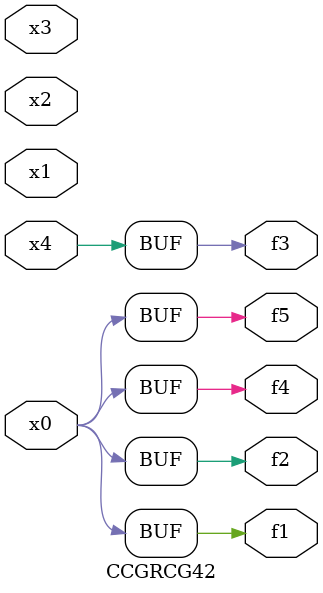
<source format=v>
module CCGRCG42(
	input x0, x1, x2, x3, x4,
	output f1, f2, f3, f4, f5
);
	assign f1 = x0;
	assign f2 = x0;
	assign f3 = x4;
	assign f4 = x0;
	assign f5 = x0;
endmodule

</source>
